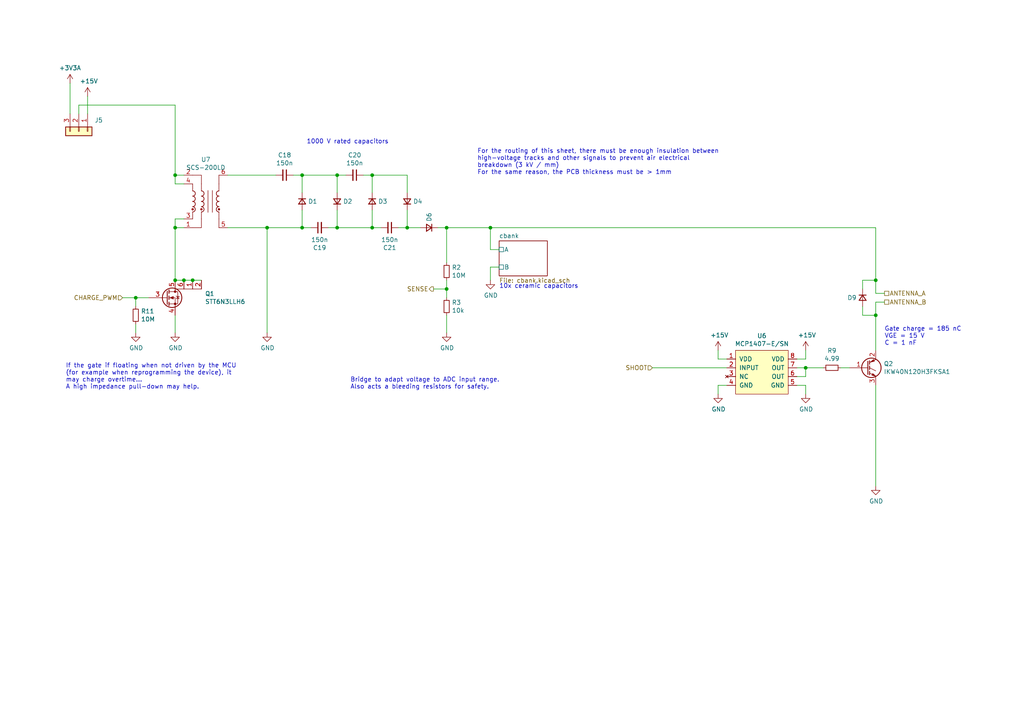
<source format=kicad_sch>
(kicad_sch (version 20230121) (generator eeschema)
  (paper "A4")
  (title_block (title "Electromagnetic Fault Injector") (date "2019-10-29") (rev "0.1") (company "Ledger"))
  (lib_symbols
    (symbol "Connector_Generic:Conn_01x03" (pin_names (offset 1.016) hide)
      (property "Reference" "J" (at 0 5.08 0))
      (property "Value" "Conn_01x03" (at 0 -5.08 0))
      (symbol "Conn_01x03_1_1"
        (rectangle (start -1.27 -2.413) (end 0 -2.667) (stroke (width 0.1524)))
        (rectangle (start -1.27 0.127) (end 0 -0.127) (stroke (width 0.1524)))
        (rectangle (start -1.27 2.667) (end 0 2.413) (stroke (width 0.1524)))
        (rectangle (start -1.27 3.81) (end 1.27 -3.81) (stroke (width 0.254)) (fill (type background)))
        (pin passive line (at -5.08 2.54 0) (length 3.81) (name "Pin_1") (number "1"))
        (pin passive line (at -5.08 0 0) (length 3.81) (name "Pin_2") (number "2"))
        (pin passive line (at -5.08 -2.54 0) (length 3.81) (name "Pin_3") (number "3"))
      )
    )
    (symbol "Device:C_Small" (pin_numbers hide) (pin_names (offset 0.254) hide)
      (property "Reference" "C" (at 0.254 1.778 0))
      (property "Value" "C_Small" (at 0.254 -2.032 0))
      (symbol "C_Small_0_1"
        (polyline (pts (xy -1.524 -0.508) (xy 1.524 -0.508)) (stroke (width 0.3302)))
        (polyline (pts (xy -1.524 0.508) (xy 1.524 0.508)) (stroke (width 0.3048)))
      )
      (symbol "C_Small_1_1"
        (pin passive line (at 0 2.54 270) (length 2.032) (name "~") (number "1"))
        (pin passive line (at 0 -2.54 90) (length 2.032) (name "~") (number "2"))
      )
    )
    (symbol "Device:D_Small" (pin_numbers hide) (pin_names (offset 0.254) hide)
      (property "Reference" "D" (at -1.27 2.032 0))
      (property "Value" "D_Small" (at -3.81 -2.032 0))
      (symbol "D_Small_0_1"
        (polyline (pts (xy -0.762 -1.016) (xy -0.762 1.016)) (stroke (width 0.254)))
        (polyline (pts (xy -0.762 0) (xy 0.762 0)))
        (polyline (pts (xy 0.762 -1.016) (xy -0.762 0) (xy 0.762 1.016) (xy 0.762 -1.016)) (stroke (width 0.254)))
      )
      (symbol "D_Small_1_1"
        (pin passive line (at -2.54 0 0) (length 1.778) (name "K") (number "1"))
        (pin passive line (at 2.54 0 180) (length 1.778) (name "A") (number "2"))
      )
    )
    (symbol "Device:Q_NIGBT_GCE" (pin_names (offset 0) hide)
      (property "Reference" "Q" (at 5.08 1.27 0))
      (property "Value" "Q_NIGBT_GCE" (at 5.08 -1.27 0))
      (symbol "Q_NIGBT_GCE_0_1"
        (polyline (pts (xy 0.762 -1.016) (xy 0.762 -2.032)) (stroke (width 0.254)))
        (polyline (pts (xy 0.762 0.508) (xy 0.762 -0.508)) (stroke (width 0.254)))
        (polyline (pts (xy 0.762 2.032) (xy 0.762 1.016)) (stroke (width 0.254)))
        (polyline (pts (xy 2.54 -2.413) (xy 0.762 -1.524)))
        (polyline (pts (xy 2.54 -0.889) (xy 0.762 0)))
        (polyline (pts (xy 2.54 2.413) (xy 0.762 1.524)))
        (polyline (pts (xy 0.254 1.905) (xy 0.254 -1.905) (xy 0.254 -1.905)) (stroke (width 0.254)))
        (polyline (pts (xy 1.397 -2.159) (xy 1.651 -1.651) (xy 2.54 -2.413) (xy 1.397 -2.159)) (fill (type outline)))
        (polyline (pts (xy 2.159 1.905) (xy 1.905 2.413) (xy 1.016 1.651) (xy 2.159 1.905)) (fill (type outline)))
        (circle (center 1.27 0) (radius 2.8194) (stroke (width 0.254)))
      )
      (symbol "Q_NIGBT_GCE_1_1"
        (pin input line (at -5.08 0 0) (length 5.334) (name "G") (number "1"))
        (pin passive line (at 2.54 5.08 270) (length 2.54) (name "C") (number "2"))
        (pin passive line (at 2.54 -5.08 90) (length 2.54) (name "E") (number "3"))
      )
    )
    (symbol "Device:R_Small" (pin_numbers hide) (pin_names (offset 0.254) hide)
      (property "Reference" "R" (at 0.762 0.508 0))
      (property "Value" "R_Small" (at 0.762 -1.016 0))
      (symbol "R_Small_0_1"
        (rectangle (start -0.762 1.778) (end 0.762 -1.778) (stroke (width 0.2032)))
      )
      (symbol "R_Small_1_1"
        (pin passive line (at 0 2.54 270) (length 0.762) (name "~") (number "1"))
        (pin passive line (at 0 -2.54 90) (length 0.762) (name "~") (number "2"))
      )
    )
    (symbol "mylib:+3V3A" (power) (pin_numbers hide) (pin_names (offset 1.016))
      (property "Value" "mylib_+3V3A" (at 0 0 0))
      (symbol "+3V3A_1_1"
        (polyline (pts (xy -0.762 1.27) (xy 0 2.54)))
        (polyline (pts (xy 0 0) (xy 0 2.54)))
        (polyline (pts (xy 0 2.54) (xy 0.762 1.27)))
        (pin power_in line (at 0 0 90) (length 0) hide (name "+3V3A") (number "1"))
      )
    )
    (symbol "mylib:MCP1407" (pin_names (offset 1.016))
      (property "Reference" "U" (at 0 6.35 0))
      (property "Value" "mylib_MCP1407" (at 0 -8.89 0))
      (symbol "MCP1407_0_1"
        (rectangle (start -7.62 5.08) (end 7.62 -7.62) (fill (type background)))
      )
      (symbol "MCP1407_1_1"
        (pin power_in line (at -10.16 2.54 0) (length 2.54) (name "VDD") (number "1"))
        (pin input line (at -10.16 0 0) (length 2.54) (name "INPUT") (number "2"))
        (pin no_connect line (at -10.16 -2.54 0) (length 2.54) (name "NC") (number "3"))
        (pin power_in line (at -10.16 -5.08 0) (length 2.54) (name "GND") (number "4"))
        (pin power_in line (at 10.16 -5.08 180) (length 2.54) (name "GND") (number "5"))
        (pin output line (at 10.16 -2.54 180) (length 2.54) (name "OUT") (number "6"))
        (pin output line (at 10.16 0 180) (length 2.54) (name "OUT") (number "7"))
        (pin power_in line (at 10.16 2.54 180) (length 2.54) (name "VDD") (number "8"))
      )
    )
    (symbol "mylib:SCS-200LD" (pin_names (offset 1.016))
      (property "Reference" "U" (at 0 0 0))
      (property "Value" "mylib_SCS-200LD" (at 0 0 0))
      (symbol "SCS-200LD_0_1"
        (polyline (pts (xy 2.54 -7.62) (xy 2.54 -5.08)))
        (polyline (pts (xy 2.54 5.08) (xy 2.54 7.62)))
        (polyline (pts (xy -2.54 -5.08) (xy -2.54 -7.62) (xy -5.08 -7.62)))
        (polyline (pts (xy -2.54 5.08) (xy -2.54 7.62) (xy -5.08 7.62)))
      )
      (symbol "SCS-200LD_1_1"
        (arc (start -5.08 -3.048) (mid -4.3213 -2.286) (end -5.08 -1.524) (stroke (width 0.2032)))
        (arc (start -5.08 -1.524) (mid -4.3213 -0.762) (end -5.08 0) (stroke (width 0.2032)))
        (arc (start -5.08 0) (mid -4.3213 0.762) (end -5.08 1.524) (stroke (width 0.2032)))
        (arc (start -5.08 1.524) (mid -4.3213 2.286) (end -5.08 3.048) (stroke (width 0.2032)))
        (circle (center -5.08 2.286) (radius 0.254) (fill (type outline)))
        (arc (start -2.54 -3.048) (mid -1.7813 -2.286) (end -2.54 -1.524) (stroke (width 0.2032)))
        (arc (start -2.54 -1.524) (mid -1.7813 -0.762) (end -2.54 0) (stroke (width 0.2032)))
        (arc (start -2.54 0) (mid -1.7813 0.762) (end -2.54 1.524) (stroke (width 0.2032)))
        (arc (start -2.54 1.524) (mid -1.7813 2.286) (end -2.54 3.048) (stroke (width 0.2032)))
        (circle (center -2.54 2.286) (radius 0.254) (fill (type outline)))
        (polyline (pts (xy -5.08 -3.048) (xy -5.08 -5.08)))
        (polyline (pts (xy -5.08 5.08) (xy -5.08 3.048)))
        (polyline (pts (xy -2.54 -3.048) (xy -2.54 -5.08)))
        (polyline (pts (xy -2.54 5.08) (xy -2.54 3.048)))
        (polyline (pts (xy -0.635 3.175) (xy -0.635 -3.175)))
        (polyline (pts (xy 0.635 3.175) (xy 0.635 -3.175)))
        (polyline (pts (xy 2.54 -3.048) (xy 2.54 -5.08)))
        (polyline (pts (xy 2.54 5.08) (xy 2.54 3.048)))
        (arc (start 2.54 -1.524) (mid 1.7813 -2.286) (end 2.54 -3.048) (stroke (width 0.2032)))
        (arc (start 2.54 0) (mid 1.7813 -0.762) (end 2.54 -1.524) (stroke (width 0.2032)))
        (arc (start 2.54 1.524) (mid 1.7813 0.762) (end 2.54 0) (stroke (width 0.2032)))
        (circle (center 2.54 2.286) (radius 0.254) (fill (type outline)))
        (arc (start 2.54 3.048) (mid 1.7813 2.286) (end 2.54 1.524) (stroke (width 0.2032)))
        (pin passive line (at -7.62 7.62 0) (length 2.54) (name "~") (number "1"))
        (pin passive line (at -7.62 -7.62 0) (length 2.54) (name "~") (number "2"))
        (pin passive line (at -7.62 5.08 0) (length 2.54) (name "~") (number "3"))
        (pin passive line (at -7.62 -5.08 0) (length 2.54) (name "~") (number "4"))
        (pin passive line (at 5.08 7.62 180) (length 2.54) (name "~") (number "5"))
        (pin passive line (at 5.08 -7.62 180) (length 2.54) (name "~") (number "6"))
      )
    )
    (symbol "mylib:STT6N3LLH6" (pin_names (offset 1.016))
      (property "Reference" "Q" (at 3.81 0 0))
      (property "Value" "mylib_STT6N3LLH6" (at 7.62 -2.54 0))
      (symbol "STT6N3LLH6_0_1"
        (polyline (pts (xy 7.62 2.54) (xy 0 2.54)))
      )
      (symbol "STT6N3LLH6_1_1"
        (circle (center -0.889 0) (radius 2.8194) (stroke (width 0.254)))
        (circle (center 0 -1.778) (radius 0.2794) (fill (type outline)))
        (polyline (pts (xy -2.4892 0) (xy -2.286 0)))
        (polyline (pts (xy -1.778 -1.778) (xy 0 -1.778)))
        (polyline (pts (xy -1.778 -1.27) (xy -1.778 -2.286)) (stroke (width 0.254)))
        (polyline (pts (xy -1.778 0) (xy 0 0)))
        (polyline (pts (xy -1.778 0.508) (xy -1.778 -0.508)) (stroke (width 0.254)))
        (polyline (pts (xy -1.778 1.778) (xy 0 1.778)))
        (polyline (pts (xy -1.778 2.286) (xy -1.778 1.27)) (stroke (width 0.254)))
        (polyline (pts (xy 0 -1.778) (xy 0 -2.54)))
        (polyline (pts (xy 0 -1.778) (xy 0 0)))
        (polyline (pts (xy 0 2.54) (xy 0 1.778)))
        (polyline (pts (xy -2.286 1.905) (xy -2.286 -1.905) (xy -2.286 -1.905)) (stroke (width 0.254)))
        (polyline (pts (xy -1.524 0) (xy -0.508 0.381) (xy -0.508 -0.381) (xy -1.524 0)) (fill (type outline)))
        (polyline (pts (xy 0 -1.778) (xy 0.762 -1.778) (xy 0.762 1.778) (xy 0 1.778)))
        (polyline (pts (xy 0.254 0.508) (xy 0.381 0.381) (xy 1.143 0.381) (xy 1.27 0.254)))
        (polyline (pts (xy 0.762 0.381) (xy 0.381 -0.254) (xy 1.143 -0.254) (xy 0.762 0.381)))
        (circle (center 0 1.778) (radius 0.2794) (fill (type outline)))
        (pin passive line (at 5.08 5.08 270) (length 2.54) (name "~") (number "1"))
        (pin passive line (at 7.62 5.08 270) (length 2.54) (name "~") (number "2"))
        (pin input line (at -7.62 0 0) (length 5.08) (name "~") (number "3"))
        (pin passive line (at 0 -5.08 90) (length 2.54) (name "~") (number "4"))
        (pin passive line (at 0 5.08 270) (length 2.54) (name "~") (number "5"))
        (pin passive line (at 2.54 5.08 270) (length 2.54) (name "~") (number "6"))
      )
    )
    (symbol "power:+15V" (power) (pin_names (offset 0))
      (property "Value" "+15V" (at 0 3.556 0))
      (symbol "+15V_0_1"
        (polyline (pts (xy -0.762 1.27) (xy 0 2.54)))
        (polyline (pts (xy 0 0) (xy 0 2.54)))
        (polyline (pts (xy 0 2.54) (xy 0.762 1.27)))
      )
      (symbol "+15V_1_1"
        (pin power_in line (at 0 0 90) (length 0) hide (name "+15V") (number "1"))
      )
    )
    (symbol "power:GND" (power) (pin_names (offset 0))
      (property "Value" "GND" (at 0 -3.81 0))
      (symbol "GND_0_1"
        (polyline (pts (xy 0 0) (xy 0 -1.27) (xy 1.27 -1.27) (xy 0 -2.54) (xy -1.27 -1.27) (xy 0 -1.27)))
      )
      (symbol "GND_1_1"
        (pin power_in line (at 0 0 270) (length 0) hide (name "GND") (number "1"))
      )
    )
  )
  (junction (at 50.8 81.28))
  (junction (at 254 91.44))
  (junction (at 129.54 83.82))
  (junction (at 107.95 50.8))
  (junction (at 55.88 81.28))
  (junction (at 50.8 66.04))
  (junction (at 87.63 50.8))
  (junction (at 50.8 50.8))
  (junction (at 87.63 66.04))
  (junction (at 39.37 86.36))
  (junction (at 53.34 81.28))
  (junction (at 118.11 66.04))
  (junction (at 97.79 66.04))
  (junction (at 142.24 66.04))
  (junction (at 107.95 66.04))
  (junction (at 129.54 66.04))
  (junction (at 233.68 106.68))
  (junction (at 254 81.28))
  (junction (at 77.47 66.04))
  (junction (at 97.79 50.8))
  (wire (pts (xy 53.34 63.5) (xy 50.8 63.5)))
  (wire (pts (xy 100.33 50.8) (xy 97.79 50.8)))
  (wire (pts (xy 129.54 81.28) (xy 129.54 83.82)))
  (wire (pts (xy 22.86 30.48) (xy 50.8 30.48)))
  (wire (pts (xy 127 66.04) (xy 129.54 66.04)))
  (wire (pts (xy 39.37 88.9) (xy 39.37 86.36)))
  (wire (pts (xy 77.47 96.52) (xy 77.47 66.04)))
  (wire (pts (xy 144.78 77.47) (xy 142.24 77.47)))
  (wire (pts (xy 254 81.28) (xy 254 66.04)))
  (wire (pts (xy 115.57 66.04) (xy 118.11 66.04)))
  (wire (pts (xy 142.24 72.39) (xy 142.24 66.04)))
  (wire (pts (xy 254 87.63) (xy 254 91.44)))
  (wire (pts (xy 50.8 63.5) (xy 50.8 66.04)))
  (wire (pts (xy 246.38 106.68) (xy 243.84 106.68)))
  (wire (pts (xy 238.76 106.68) (xy 233.68 106.68)))
  (wire (pts (xy 55.88 81.28) (xy 53.34 81.28)))
  (wire (pts (xy 250.19 83.82) (xy 250.19 81.28)))
  (wire (pts (xy 233.68 109.22) (xy 231.14 109.22)))
  (wire (pts (xy 254 111.76) (xy 254 140.97)))
  (wire (pts (xy 210.82 111.76) (xy 208.28 111.76)))
  (wire (pts (xy 77.47 66.04) (xy 87.63 66.04)))
  (wire (pts (xy 50.8 96.52) (xy 50.8 91.44)))
  (wire (pts (xy 233.68 114.3) (xy 233.68 111.76)))
  (wire (pts (xy 39.37 86.36) (xy 43.18 86.36)))
  (wire (pts (xy 118.11 66.04) (xy 118.11 60.96)))
  (wire (pts (xy 118.11 66.04) (xy 121.92 66.04)))
  (wire (pts (xy 256.54 85.09) (xy 254 85.09)))
  (wire (pts (xy 129.54 83.82) (xy 125.73 83.82)))
  (wire (pts (xy 97.79 55.88) (xy 97.79 50.8)))
  (wire (pts (xy 95.25 66.04) (xy 97.79 66.04)))
  (wire (pts (xy 50.8 50.8) (xy 50.8 30.48)))
  (wire (pts (xy 97.79 50.8) (xy 87.63 50.8)))
  (wire (pts (xy 142.24 77.47) (xy 142.24 81.28)))
  (wire (pts (xy 87.63 50.8) (xy 87.63 55.88)))
  (wire (pts (xy 233.68 106.68) (xy 233.68 109.22)))
  (wire (pts (xy 129.54 66.04) (xy 142.24 66.04)))
  (wire (pts (xy 210.82 104.14) (xy 208.28 104.14)))
  (wire (pts (xy 129.54 91.44) (xy 129.54 96.52)))
  (wire (pts (xy 208.28 104.14) (xy 208.28 101.6)))
  (wire (pts (xy 233.68 101.6) (xy 233.68 104.14)))
  (wire (pts (xy 256.54 87.63) (xy 254 87.63)))
  (wire (pts (xy 110.49 66.04) (xy 107.95 66.04)))
  (wire (pts (xy 189.23 106.68) (xy 210.82 106.68)))
  (wire (pts (xy 254 85.09) (xy 254 81.28)))
  (wire (pts (xy 35.56 86.36) (xy 39.37 86.36)))
  (wire (pts (xy 87.63 66.04) (xy 90.17 66.04)))
  (wire (pts (xy 107.95 60.96) (xy 107.95 66.04)))
  (wire (pts (xy 50.8 66.04) (xy 50.8 81.28)))
  (wire (pts (xy 107.95 66.04) (xy 97.79 66.04)))
  (wire (pts (xy 142.24 66.04) (xy 254 66.04)))
  (wire (pts (xy 233.68 106.68) (xy 231.14 106.68)))
  (wire (pts (xy 85.09 50.8) (xy 87.63 50.8)))
  (wire (pts (xy 250.19 91.44) (xy 250.19 88.9)))
  (wire (pts (xy 66.04 66.04) (xy 77.47 66.04)))
  (wire (pts (xy 129.54 83.82) (xy 129.54 86.36)))
  (wire (pts (xy 39.37 96.52) (xy 39.37 93.98)))
  (wire (pts (xy 144.78 72.39) (xy 142.24 72.39)))
  (wire (pts (xy 20.32 24.13) (xy 20.32 33.02)))
  (wire (pts (xy 58.42 81.28) (xy 55.88 81.28)))
  (wire (pts (xy 50.8 53.34) (xy 50.8 50.8)))
  (wire (pts (xy 53.34 81.28) (xy 50.8 81.28)))
  (wire (pts (xy 53.34 66.04) (xy 50.8 66.04)))
  (wire (pts (xy 208.28 111.76) (xy 208.28 114.3)))
  (wire (pts (xy 97.79 66.04) (xy 97.79 60.96)))
  (wire (pts (xy 53.34 53.34) (xy 50.8 53.34)))
  (wire (pts (xy 107.95 50.8) (xy 107.95 55.88)))
  (wire (pts (xy 233.68 104.14) (xy 231.14 104.14)))
  (wire (pts (xy 118.11 55.88) (xy 118.11 50.8)))
  (wire (pts (xy 25.4 27.94) (xy 25.4 33.02)))
  (wire (pts (xy 105.41 50.8) (xy 107.95 50.8)))
  (wire (pts (xy 233.68 111.76) (xy 231.14 111.76)))
  (wire (pts (xy 53.34 50.8) (xy 50.8 50.8)))
  (wire (pts (xy 250.19 81.28) (xy 254 81.28)))
  (wire (pts (xy 87.63 60.96) (xy 87.63 66.04)))
  (wire (pts (xy 66.04 50.8) (xy 80.01 50.8)))
  (wire (pts (xy 254 91.44) (xy 254 101.6)))
  (wire (pts (xy 254 91.44) (xy 250.19 91.44)))
  (wire (pts (xy 129.54 66.04) (xy 129.54 76.2)))
  (wire (pts (xy 118.11 50.8) (xy 107.95 50.8)))
  (wire (pts (xy 22.86 33.02) (xy 22.86 30.48)))
  (text "10x ceramic capacitors" (at 144.78 83.82 0) (effects (font (size 1.27 1.27)) (justify left bottom)))
  (text "Gate charge = 185 nC\nVGE = 15 V\nC = 1 nF" (at 256.54 100.33 0) (effects (font (size 1.27 1.27)) (justify left bottom)))
  (text "If the gate if floating when not driven by the MCU\n(for example when reprogramming the device), it\nmay charge overtime...\nA high impedance pull-down may help." (at 19.05 113.03 0) (effects (font (size 1.27 1.27)) (justify left bottom)))
  (text "For the routing of this sheet, there must be enough insulation between\nhigh-voltage tracks and other signals to prevent air electrical\nbreakdown (3 kV / mm)\nFor the same reason, the PCB thickness must be > 1mm" (at 138.43 50.8 0) (effects (font (size 1.27 1.27)) (justify left bottom)))
  (text "1000 V rated capacitors" (at 88.9 41.91 0) (effects (font (size 1.27 1.27)) (justify left bottom)))
  (text "Bridge to adapt voltage to ADC input range.\nAlso acts a bleeding resistors for safety." (at 101.6 113.03 0) (effects (font (size 1.27 1.27)) (justify left bottom)))
  (hierarchical_label "ANTENNA_A" (shape passive) (at 256.54 85.09 0))
  (hierarchical_label "SENSE" (shape output) (at 125.73 83.82 180))
  (hierarchical_label "SHOOT" (shape input) (at 189.23 106.68 180))
  (hierarchical_label "ANTENNA_B" (shape passive) (at 256.54 87.63 0))
  (hierarchical_label "CHARGE_PWM" (shape input) (at 35.56 86.36 180))
  (symbol (lib_id "Device:C_Small") (at 82.55 50.8 270) (unit 1)
    (property "Reference" "C18" (at 82.55 44.9834 90))
    (property "Value" "150n" (at 82.55 47.2948 90))
    (property "Footprint" "Capacitor_SMD:C_2225_5664Metric_Pad1.80x6.60mm_HandSolder" (effects hide))
    (property "Manufacturer" "Kemet" (effects hide))
    (property "ManufacturerRef" "C2225X154KDRACTU" (effects hide))
    (property "Price" "3.46" (effects hide))
    (property "Vendor" "Farnell" (effects hide))
    (property "VendorRef" "2676668" (effects hide))
    (property "Voltage" "1000" (effects hide))
  )
  (symbol (lib_id "Device:D_Small") (at 87.63 58.42 270) (unit 1)
    (property "Reference" "D1" (at 89.3572 58.42 90) (effects (justify left)))
    (property "Value" "US1K-E3/61T" (effects hide))
    (property "Footprint" "Diode_SMD:D_SMA_Handsoldering" (effects hide))
    (property "Manufacturer" "Vishay" (effects hide))
    (property "ManufacturerRef" "US1K-E3/61T" (effects hide))
    (property "Vendor" "Farnell" (effects hide))
    (property "VendorRef" "2335178" (effects hide))
    (property "Price" "0.291" (effects hide))
  )
  (symbol (lib_id "Device:C_Small") (at 92.71 66.04 90) (mirror x) (unit 1)
    (property "Reference" "C19" (at 92.71 71.8566 90))
    (property "Value" "150n" (at 92.71 69.5452 90))
    (property "Footprint" "Capacitor_SMD:C_2225_5664Metric_Pad1.80x6.60mm_HandSolder" (effects hide))
    (property "Manufacturer" "Kemet" (effects hide))
    (property "ManufacturerRef" "C2225X154KDRACTU" (effects hide))
    (property "Price" "3.46" (effects hide))
    (property "Vendor" "Farnell" (effects hide))
    (property "VendorRef" "2676668" (effects hide))
    (property "Voltage" "1000" (effects hide))
  )
  (symbol (lib_id "Device:C_Small") (at 102.87 50.8 270) (unit 1)
    (property "Reference" "C20" (at 102.87 44.9834 90))
    (property "Value" "150n" (at 102.87 47.2948 90))
    (property "Footprint" "Capacitor_SMD:C_2225_5664Metric_Pad1.80x6.60mm_HandSolder" (effects hide))
    (property "Manufacturer" "Kemet" (effects hide))
    (property "ManufacturerRef" "C2225X154KDRACTU" (effects hide))
    (property "Price" "3.46" (effects hide))
    (property "Vendor" "Farnell" (effects hide))
    (property "VendorRef" "2676668" (effects hide))
    (property "Voltage" "1000" (effects hide))
  )
  (symbol (lib_id "Device:C_Small") (at 113.03 66.04 270) (mirror x) (unit 1)
    (property "Reference" "C21" (at 113.03 71.8566 90))
    (property "Value" "150n" (at 113.03 69.5452 90))
    (property "Footprint" "Capacitor_SMD:C_2225_5664Metric_Pad1.80x6.60mm_HandSolder" (effects hide))
    (property "Manufacturer" "Kemet" (effects hide))
    (property "ManufacturerRef" "C2225X154KDRACTU" (effects hide))
    (property "Price" "3.46" (effects hide))
    (property "Vendor" "Farnell" (effects hide))
    (property "VendorRef" "2676668" (effects hide))
    (property "Voltage" "1000" (effects hide))
  )
  (symbol (lib_id "mylib:STT6N3LLH6") (at 50.8 86.36 0) (unit 1)
    (property "Reference" "Q1" (at 59.4614 85.1916 0) (effects (justify left)))
    (property "Value" "STT6N3LLH6" (at 59.4614 87.503 0) (effects (justify left)))
    (property "Footprint" "Package_TO_SOT_SMD:SOT-23-6" (effects hide))
    (property "Manufacturer" "STMicroelectronics" (effects hide))
    (property "ManufacturerRef" "STT6N3LLH6" (effects hide))
    (property "Vendor" "Farnell" (effects hide))
    (property "VendorRef" "3130139" (effects hide))
    (property "Price" "0.869" (effects hide))
  )
  (symbol (lib_id "power:GND") (at 50.8 96.52 0) (unit 1)
    (property "Reference" "#PWR0104" (effects hide))
    (property "Value" "GND" (at 50.927 100.9142 0))
  )
  (symbol (lib_id "mylib:+3V3A") (at 20.32 24.13 0) (unit 1)
    (property "Reference" "#PWR0105" (effects hide))
    (property "Value" "+3V3A" (at 20.32 19.7104 0))
  )
  (symbol (lib_id "power:GND") (at 77.47 96.52 0) (unit 1)
    (property "Reference" "#PWR0106" (effects hide))
    (property "Value" "GND" (at 77.597 100.9142 0))
  )
  (symbol (lib_id "Device:R_Small") (at 129.54 78.74 0) (unit 1)
    (property "Reference" "R2" (at 131.0386 77.5716 0) (effects (justify left)))
    (property "Value" "10M" (at 131.0386 79.883 0) (effects (justify left)))
    (property "Footprint" "Resistor_SMD:R_0603_1608Metric" (effects hide))
    (property "Manufacturer" "Multicomp" (effects hide))
    (property "ManufacturerRef" "MCWR06W1005FTL" (effects hide))
    (property "Price" "0.0046" (effects hide))
    (property "Vendor" "Farnell" (effects hide))
    (property "VendorRef" "2447232" (effects hide))
  )
  (symbol (lib_id "Device:R_Small") (at 129.54 88.9 0) (unit 1)
    (property "Reference" "R3" (at 131.0386 87.7316 0) (effects (justify left)))
    (property "Value" "10k" (at 131.0386 90.043 0) (effects (justify left)))
    (property "Footprint" "Resistor_SMD:R_0603_1608Metric" (effects hide))
    (property "Manufacturer" "TE Connectivity" (effects hide))
    (property "ManufacturerRef" "CRGH0603J10K" (effects hide))
    (property "Price" "0.038" (effects hide))
    (property "Vendor" "Farnell" (effects hide))
    (property "VendorRef" "2331740" (effects hide))
  )
  (symbol (lib_id "power:GND") (at 129.54 96.52 0) (unit 1)
    (property "Reference" "#PWR0107" (effects hide))
    (property "Value" "GND" (at 129.667 100.9142 0))
  )
  (symbol (lib_id "Device:Q_NIGBT_GCE") (at 251.46 106.68 0) (unit 1)
    (property "Reference" "Q2" (at 256.3114 105.5116 0) (effects (justify left)))
    (property "Value" "IKW40N120H3FKSA1" (at 256.3114 107.823 0) (effects (justify left)))
    (property "Footprint" "mykicadlibs:TO-247-3_Horizontal_TabDown_NoTabDrill" (effects hide))
    (property "Datasheet" "https://www.infineon.com/dgdl/Infineon-IKW40N120H3-DS-v02_01-EN.pdf?fileId=db3a304325305e6d012591d4832f7032" (effects hide))
    (property "Manufacturer" "Infineon" (effects hide))
    (property "ManufacturerRef" "IKW40N120H3FKSA1" (effects hide))
    (property "Vendor" "Farnell" (effects hide))
    (property "VendorRef" "1832351" (effects hide))
    (property "Price" "8.46" (effects hide))
  )
  (symbol (lib_id "power:GND") (at 254 140.97 0) (unit 1)
    (property "Reference" "#PWR0108" (effects hide))
    (property "Value" "GND" (at 254.127 145.3642 0))
  )
  (symbol (lib_id "Connector_Generic:Conn_01x03") (at 22.86 38.1 270) (unit 1)
    (property "Reference" "J5" (at 27.432 34.8742 90) (effects (justify left)))
    (property "Value" "Conn_01x03" (effects hide))
    (property "Footprint" "Connector_PinHeader_2.54mm:PinHeader_1x03_P2.54mm_Vertical" (effects hide))
  )
  (symbol (lib_id "power:+15V") (at 25.4 27.94 0) (unit 1)
    (property "Reference" "#PWR0109" (effects hide))
    (property "Value" "+15V" (at 25.781 23.5458 0))
  )
  (symbol (lib_id "power:GND") (at 233.68 114.3 0) (unit 1)
    (property "Reference" "#PWR0111" (effects hide))
    (property "Value" "GND" (at 233.807 118.6942 0))
  )
  (symbol (lib_id "power:+15V") (at 233.68 101.6 0) (unit 1)
    (property "Reference" "#PWR0112" (effects hide))
    (property "Value" "+15V" (at 234.061 97.2058 0))
  )
  (symbol (lib_id "Device:D_Small") (at 97.79 58.42 270) (mirror x) (unit 1)
    (property "Reference" "D2" (at 99.5172 58.42 90) (effects (justify left)))
    (property "Value" "US1K-E3/61T" (effects hide))
    (property "Footprint" "Diode_SMD:D_SMA_Handsoldering" (effects hide))
    (property "Manufacturer" "Vishay" (effects hide))
    (property "ManufacturerRef" "US1K-E3/61T" (effects hide))
    (property "Vendor" "Farnell" (effects hide))
    (property "VendorRef" "2335178" (effects hide))
    (property "Price" "0.291" (effects hide))
  )
  (symbol (lib_id "Device:D_Small") (at 107.95 58.42 270) (unit 1)
    (property "Reference" "D3" (at 109.6772 58.42 90) (effects (justify left)))
    (property "Value" "US1K-E3/61T" (effects hide))
    (property "Footprint" "Diode_SMD:D_SMA_Handsoldering" (effects hide))
    (property "Manufacturer" "Vishay" (effects hide))
    (property "ManufacturerRef" "US1K-E3/61T" (effects hide))
    (property "Vendor" "Farnell" (effects hide))
    (property "VendorRef" "2335178" (effects hide))
    (property "Price" "0.291" (effects hide))
  )
  (symbol (lib_id "Device:D_Small") (at 118.11 58.42 270) (mirror x) (unit 1)
    (property "Reference" "D4" (at 119.8372 58.42 90) (effects (justify left)))
    (property "Value" "US1K-E3/61T" (effects hide))
    (property "Footprint" "Diode_SMD:D_SMA_Handsoldering" (effects hide))
    (property "Manufacturer" "Vishay" (effects hide))
    (property "ManufacturerRef" "US1K-E3/61T" (effects hide))
    (property "Vendor" "Farnell" (effects hide))
    (property "VendorRef" "2335178" (effects hide))
    (property "Price" "0.291" (effects hide))
  )
  (symbol (lib_id "mylib:SCS-200LD") (at 60.96 58.42 0) (mirror x) (unit 1)
    (property "Reference" "U7" (at 59.69 46.2788 0))
    (property "Value" "SCS-200LD" (at 59.69 48.5902 0))
    (property "Footprint" "mykicadlibs:SCS-200L" (effects hide))
    (property "Manufacturer" "Coilcraft" (effects hide))
    (property "ManufacturerRef" "SCS-200L" (effects hide))
    (property "Price" "3.62" (effects hide))
    (property "Vendor" "Farnell" (effects hide))
    (property "VendorRef" "2526945" (effects hide))
  )
  (symbol (lib_id "Device:D_Small") (at 124.46 66.04 0) (mirror y) (unit 1)
    (property "Reference" "D6" (at 124.46 64.3128 90) (effects (justify left)))
    (property "Value" "US1K-E3/61T" (effects hide))
    (property "Footprint" "Diode_SMD:D_SMA_Handsoldering" (effects hide))
    (property "Manufacturer" "Vishay" (effects hide))
    (property "ManufacturerRef" "US1K-E3/61T" (effects hide))
    (property "Vendor" "Farnell" (effects hide))
    (property "VendorRef" "2335178" (effects hide))
    (property "Price" "0.291" (effects hide))
  )
  (symbol (lib_id "power:GND") (at 142.24 81.28 0) (unit 1)
    (property "Reference" "#PWR0113" (effects hide))
    (property "Value" "GND" (at 142.367 85.6742 0))
  )
  (symbol (lib_id "mylib:MCP1407") (at 220.98 106.68 0) (unit 1)
    (property "Reference" "U6" (at 220.98 97.409 0))
    (property "Value" "MCP1407-E/SN" (at 220.98 99.7204 0))
    (property "Footprint" "Package_SO:SOIC-8_3.9x4.9mm_P1.27mm" (effects hide))
    (property "Manufacturer" "Microchip" (effects hide))
    (property "ManufacturerRef" "MCP1407-E/SN" (effects hide))
    (property "Vendor" "Farnell" (effects hide))
    (property "VendorRef" "1332080" (effects hide))
    (property "Price" "0.918" (effects hide))
  )
  (symbol (lib_id "Device:R_Small") (at 241.3 106.68 270) (unit 1)
    (property "Reference" "R9" (at 241.3 101.7016 90))
    (property "Value" "4.99" (at 241.3 104.013 90))
    (property "Footprint" "Resistor_SMD:R_0603_1608Metric" (effects hide))
    (property "Manufacturer" "Vishay" (effects hide))
    (property "ManufacturerRef" "CRCW06034R99FKEA" (effects hide))
    (property "Price" "0.0367" (effects hide))
    (property "ValueIdeal" "5" (effects hide))
    (property "Vendor" "Farnell" (effects hide))
    (property "VendorRef" "2616753" (effects hide))
  )
  (symbol (lib_id "power:+15V") (at 208.28 101.6 0) (unit 1)
    (property "Reference" "#PWR0114" (effects hide))
    (property "Value" "+15V" (at 208.661 97.2058 0))
  )
  (symbol (lib_id "power:GND") (at 208.28 114.3 0) (unit 1)
    (property "Reference" "#PWR0115" (effects hide))
    (property "Value" "GND" (at 208.407 118.6942 0))
  )
  (symbol (lib_id "Device:D_Small") (at 250.19 86.36 90) (mirror x) (unit 1)
    (property "Reference" "D9" (at 248.4628 86.36 90) (effects (justify left)))
    (property "Value" "US1K-E3/61T" (effects hide))
    (property "Footprint" "Diode_SMD:D_SMA_Handsoldering" (effects hide))
    (property "Manufacturer" "Vishay" (effects hide))
    (property "ManufacturerRef" "US1K-E3/61T" (effects hide))
    (property "Vendor" "Farnell" (effects hide))
    (property "VendorRef" "2335178" (effects hide))
    (property "Price" "0.291" (effects hide))
  )
  (symbol (lib_id "Device:R_Small") (at 39.37 91.44 0) (unit 1)
    (property "Reference" "R11" (at 40.8686 90.2716 0) (effects (justify left)))
    (property "Value" "10M" (at 40.8686 92.583 0) (effects (justify left)))
    (property "Footprint" "Resistor_SMD:R_0603_1608Metric" (effects hide))
    (property "Manufacturer" "Multicomp" (effects hide))
    (property "ManufacturerRef" "MCWR06W1005FTL" (effects hide))
    (property "Price" "0.0046" (effects hide))
    (property "Vendor" "Farnell" (effects hide))
    (property "VendorRef" "2447232" (effects hide))
  )
  (symbol (lib_id "power:GND") (at 39.37 96.52 0) (unit 1)
    (property "Reference" "#PWR0121" (effects hide))
    (property "Value" "GND" (at 39.497 100.9142 0))
  )
  (sheet (at 144.78 69.85) (size 13.97 10.16)
    (property "Sheetname" "cbank" (at 144.78 69.1384 0) (effects (justify left bottom)))
    (property "Sheetfile" "cbank.kicad_sch" (at 144.78 80.5946 0) (effects (justify left top)))
    (pin "A" passive (at 144.78 72.39 180))
    (pin "B" passive (at 144.78 77.47 180))
  )
)
</source>
